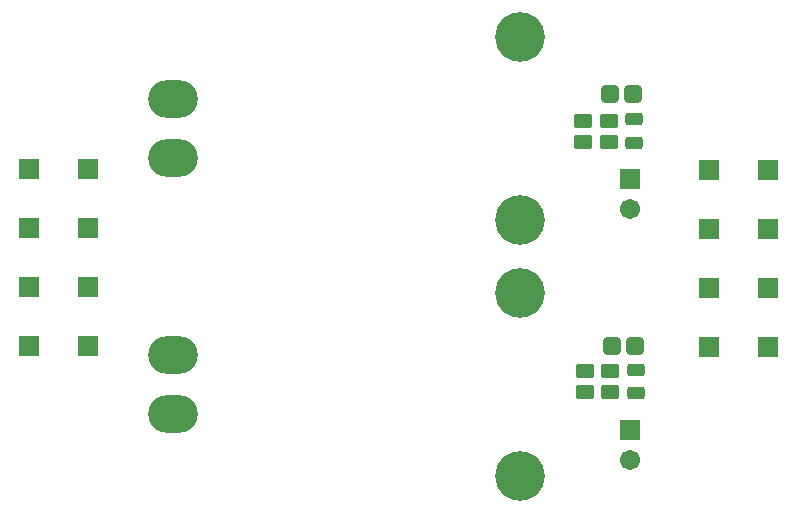
<source format=gts>
G04 Layer_Color=8388736*
%FSLAX43Y43*%
%MOMM*%
G71*
G01*
G75*
G04:AMPARAMS|DCode=25|XSize=1.503mm|YSize=1.003mm|CornerRadius=0.202mm|HoleSize=0mm|Usage=FLASHONLY|Rotation=180.000|XOffset=0mm|YOffset=0mm|HoleType=Round|Shape=RoundedRectangle|*
%AMROUNDEDRECTD25*
21,1,1.503,0.600,0,0,180.0*
21,1,1.100,1.003,0,0,180.0*
1,1,0.403,-0.550,0.300*
1,1,0.403,0.550,0.300*
1,1,0.403,0.550,-0.300*
1,1,0.403,-0.550,-0.300*
%
%ADD25ROUNDEDRECTD25*%
G04:AMPARAMS|DCode=26|XSize=1.473mm|YSize=1.473mm|CornerRadius=0.26mm|HoleSize=0mm|Usage=FLASHONLY|Rotation=180.000|XOffset=0mm|YOffset=0mm|HoleType=Round|Shape=RoundedRectangle|*
%AMROUNDEDRECTD26*
21,1,1.473,0.953,0,0,180.0*
21,1,0.953,1.473,0,0,180.0*
1,1,0.521,-0.476,0.476*
1,1,0.521,0.476,0.476*
1,1,0.521,0.476,-0.476*
1,1,0.521,-0.476,-0.476*
%
%ADD26ROUNDEDRECTD26*%
G04:AMPARAMS|DCode=27|XSize=1.603mm|YSize=1.203mm|CornerRadius=0.227mm|HoleSize=0mm|Usage=FLASHONLY|Rotation=180.000|XOffset=0mm|YOffset=0mm|HoleType=Round|Shape=RoundedRectangle|*
%AMROUNDEDRECTD27*
21,1,1.603,0.750,0,0,180.0*
21,1,1.150,1.203,0,0,180.0*
1,1,0.453,-0.575,0.375*
1,1,0.453,0.575,0.375*
1,1,0.453,0.575,-0.375*
1,1,0.453,-0.575,-0.375*
%
%ADD27ROUNDEDRECTD27*%
%ADD28R,1.703X1.703*%
%ADD29C,1.703*%
%ADD30R,1.703X1.703*%
%ADD31C,4.203*%
%ADD32O,4.203X3.203*%
D25*
X54610Y89773D02*
D03*
Y87773D02*
D03*
X54737Y68580D02*
D03*
Y66580D02*
D03*
D26*
X54483Y91948D02*
D03*
X52578D02*
D03*
X54674Y70612D02*
D03*
X52769D02*
D03*
D27*
X50419Y66675D02*
D03*
Y68475D02*
D03*
X52578Y66664D02*
D03*
Y68464D02*
D03*
X50292Y87862D02*
D03*
Y89662D02*
D03*
X52451Y87873D02*
D03*
Y89673D02*
D03*
D28*
X60960Y85485D02*
D03*
X65960D02*
D03*
Y80485D02*
D03*
X60960D02*
D03*
Y75485D02*
D03*
X65960D02*
D03*
X60960Y70485D02*
D03*
X65960D02*
D03*
X3382Y85565D02*
D03*
X8382D02*
D03*
Y80565D02*
D03*
X3382D02*
D03*
Y75565D02*
D03*
X8382D02*
D03*
X3382Y70565D02*
D03*
X8382D02*
D03*
D29*
X54229Y82169D02*
D03*
Y60960D02*
D03*
D30*
Y84709D02*
D03*
Y63500D02*
D03*
D31*
X44958Y96749D02*
D03*
Y81280D02*
D03*
Y75057D02*
D03*
Y59588D02*
D03*
D32*
X15545Y86512D02*
D03*
Y91516D02*
D03*
Y64821D02*
D03*
Y69825D02*
D03*
M02*

</source>
